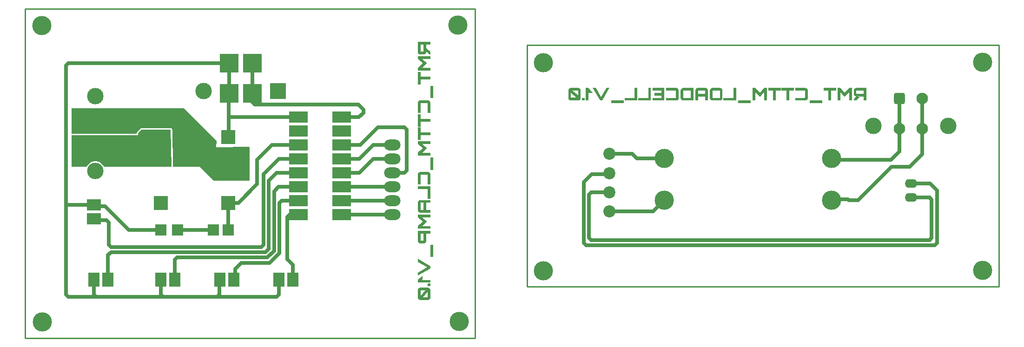
<source format=gbr>
%TF.GenerationSoftware,Altium Limited,Altium Designer,23.1.1 (15)*%
G04 Layer_Physical_Order=2*
G04 Layer_Color=16711680*
%FSLAX45Y45*%
%MOMM*%
%TF.SameCoordinates,E1690A04-E49A-456B-A56A-BBB97950C0A0*%
%TF.FilePolarity,Positive*%
%TF.FileFunction,Copper,L2,Bot,Signal*%
%TF.Part,CustomerPanel*%
G01*
G75*
%TA.AperFunction,NonConductor*%
%ADD10C,0.25400*%
%TA.AperFunction,ComponentPad*%
%ADD11R,2.50000X2.50000*%
%ADD12R,3.50000X3.50000*%
%ADD13R,3.00000X3.00000*%
%ADD14C,3.00000*%
%ADD15R,3.50000X3.50000*%
%ADD16R,2.00000X2.50000*%
%ADD17O,3.00000X2.00000*%
%ADD18R,3.50000X2.00000*%
%ADD19R,2.50000X2.00000*%
%TA.AperFunction,ViaPad*%
%ADD20C,3.50000*%
%TA.AperFunction,ComponentPad*%
%ADD21C,2.20000*%
%ADD22C,2.10000*%
G04:AMPARAMS|DCode=23|XSize=2.1mm|YSize=2.1mm|CornerRadius=0.525mm|HoleSize=0mm|Usage=FLASHONLY|Rotation=180.000|XOffset=0mm|YOffset=0mm|HoleType=Round|Shape=RoundedRectangle|*
%AMROUNDEDRECTD23*
21,1,2.10000,1.05000,0,0,180.0*
21,1,1.05000,2.10000,0,0,180.0*
1,1,1.05000,-0.52500,0.52500*
1,1,1.05000,0.52500,0.52500*
1,1,1.05000,0.52500,-0.52500*
1,1,1.05000,-0.52500,-0.52500*
%
%ADD23ROUNDEDRECTD23*%
%ADD24O,2.25000X1.60000*%
%ADD25C,3.50000*%
%TA.AperFunction,SMDPad,CuDef*%
%ADD26R,2.00000X2.00000*%
%ADD27R,2.00000X2.00000*%
%TA.AperFunction,Conductor*%
%ADD28C,0.70000*%
G36*
X8348379Y6846779D02*
X8273398D01*
X8273233Y6780960D01*
X8348379Y6717812D01*
Y6666825D01*
X8331717D01*
X8273072Y6716424D01*
X8273233Y6780960D01*
X8269066Y6784462D01*
Y6719812D01*
X8273072Y6716424D01*
X8273065Y6713813D01*
X8272732Y6709148D01*
X8272065Y6704482D01*
X8271065Y6700483D01*
X8269733Y6697151D01*
X8268733Y6694151D01*
X8267733Y6692152D01*
X8267067Y6690486D01*
X8266733Y6690152D01*
X8264067Y6686487D01*
X8261068Y6682821D01*
X8258402Y6680155D01*
X8255403Y6677489D01*
X8253070Y6675823D01*
X8251071Y6674157D01*
X8249738Y6673490D01*
X8249404Y6673157D01*
X8245072Y6670824D01*
X8241073Y6669158D01*
X8237074Y6668158D01*
X8233408Y6667158D01*
X8230409Y6666825D01*
X8227743Y6666492D01*
X8226410D01*
X8225744D01*
X8166426D01*
X8161760Y6666825D01*
X8157428Y6667492D01*
X8153429Y6668491D01*
X8150096Y6669824D01*
X8147097Y6671157D01*
X8145098Y6672157D01*
X8143432Y6672824D01*
X8143098Y6673157D01*
X8139099Y6675823D01*
X8135767Y6678489D01*
X8132768Y6681155D01*
X8130435Y6684154D01*
X8128435Y6686487D01*
X8126769Y6688486D01*
X8126103Y6689819D01*
X8125769Y6690152D01*
X8123437Y6694151D01*
X8121770Y6698484D01*
X8120771Y6702149D01*
X8119771Y6705815D01*
X8119438Y6709148D01*
X8119104Y6711480D01*
Y6896100D01*
X8348379D01*
Y6846779D01*
D02*
G37*
G36*
Y6583846D02*
X8194752D01*
X8289061Y6504200D01*
X8194418Y6425220D01*
X8348379D01*
Y6375566D01*
X8118771D01*
Y6426887D01*
X8211747Y6504200D01*
X8118771Y6582180D01*
Y6633167D01*
X8348379D01*
Y6583846D01*
D02*
G37*
G36*
X8168758Y6258596D02*
X8348379D01*
Y6208942D01*
X8168758D01*
Y6118965D01*
X8118771D01*
Y6348573D01*
X8168758D01*
Y6258596D01*
D02*
G37*
G36*
X11302376Y5969684D02*
X11237393D01*
X11227062Y5983013D01*
Y5827720D01*
X11178075Y5827720D01*
Y6057327D01*
X11228729Y6057328D01*
X11302376Y5969684D01*
D02*
G37*
G36*
X16024167Y5827721D02*
X15974847D01*
Y5981348D01*
X15895200Y5887039D01*
X15816222Y5981681D01*
Y5827721D01*
X15766566D01*
Y6057328D01*
X15817886D01*
X15895200Y5964352D01*
X15973180Y6057328D01*
X16024167D01*
Y5827721D01*
D02*
G37*
G36*
X14476230Y5827720D02*
X14426910D01*
Y5981348D01*
X14347263Y5887039D01*
X14268285Y5981681D01*
Y5827720D01*
X14218629D01*
Y6057328D01*
X14269949D01*
X14347263Y5964352D01*
X14425243Y6057328D01*
X14476230D01*
Y5827720D01*
D02*
G37*
G36*
X11478331Y5827720D02*
X11437009D01*
X11304043Y6057328D01*
X11361361D01*
X11457670Y5890370D01*
X11553979Y6057328D01*
X11611297D01*
X11478331Y5827720D01*
D02*
G37*
G36*
X8397700Y5870362D02*
X8348712D01*
Y6095971D01*
X8397700D01*
Y5870362D01*
D02*
G37*
G36*
X16287100Y5827721D02*
X16237779D01*
Y5902701D01*
X16171960Y5902866D01*
X16175462Y5907034D01*
X16110812D01*
X16107423Y5903028D01*
X16171960Y5902866D01*
X16108812Y5827721D01*
X16057825D01*
Y5844383D01*
X16107423Y5903028D01*
X16104813Y5903035D01*
X16100148Y5903368D01*
X16095482Y5904034D01*
X16091483Y5905034D01*
X16088152Y5906367D01*
X16085152Y5907367D01*
X16083151Y5908367D01*
X16081487Y5909033D01*
X16081152Y5909366D01*
X16077487Y5912032D01*
X16073820Y5915032D01*
X16071155Y5917698D01*
X16068489Y5920697D01*
X16066823Y5923030D01*
X16065157Y5925029D01*
X16064490Y5926362D01*
X16064157Y5926695D01*
X16061824Y5931028D01*
X16060158Y5935026D01*
X16059158Y5939025D01*
X16058159Y5942691D01*
X16057825Y5945690D01*
X16057492Y5948356D01*
Y5949689D01*
Y5950356D01*
Y6009674D01*
X16057825Y6014340D01*
X16058492Y6018672D01*
X16059492Y6022671D01*
X16060825Y6026003D01*
X16062158Y6029002D01*
X16063158Y6031002D01*
X16063824Y6032668D01*
X16064157Y6033001D01*
X16066823Y6037000D01*
X16069489Y6040333D01*
X16072156Y6043332D01*
X16075154Y6045665D01*
X16077487Y6047664D01*
X16079488Y6049331D01*
X16080820Y6049997D01*
X16081152Y6050330D01*
X16085152Y6052663D01*
X16089484Y6054329D01*
X16093150Y6055329D01*
X16096815Y6056329D01*
X16100148Y6056662D01*
X16102481Y6056995D01*
X16287100D01*
Y5827721D01*
D02*
G37*
G36*
X15739574Y6007341D02*
X15649597D01*
Y5827721D01*
X15599944D01*
Y6007341D01*
X15509966Y6007341D01*
Y6057328D01*
X15739574Y6057328D01*
Y6007341D01*
D02*
G37*
G36*
X15180051Y6056995D02*
X15184383Y6056329D01*
X15188380Y6055329D01*
X15192047Y6053996D01*
X15195045Y6052663D01*
X15197046Y6051663D01*
X15198712Y6050997D01*
X15199045Y6050663D01*
X15202711Y6047997D01*
X15206044Y6045331D01*
X15209042Y6042665D01*
X15211375Y6039666D01*
X15213374Y6037333D01*
X15214708Y6035334D01*
X15215707Y6034001D01*
X15216042Y6033668D01*
X15218040Y6029669D01*
X15219707Y6025336D01*
X15220706Y6021671D01*
X15221706Y6018005D01*
X15222038Y6014673D01*
X15222372Y6012340D01*
Y6010674D01*
Y6010007D01*
Y5874708D01*
X15222038Y5870043D01*
X15221373Y5865377D01*
X15220374Y5861378D01*
X15219040Y5858046D01*
X15218040Y5855047D01*
X15217041Y5853047D01*
X15216374Y5851381D01*
X15216042Y5851048D01*
X15213374Y5847382D01*
X15210709Y5844050D01*
X15207710Y5841050D01*
X15205045Y5838718D01*
X15202711Y5836718D01*
X15200713Y5835385D01*
X15199379Y5834385D01*
X15199045Y5834052D01*
X15195045Y5832053D01*
X15190714Y5830386D01*
X15186716Y5829387D01*
X15183049Y5828387D01*
X15179716Y5828054D01*
X15177383Y5827720D01*
X14993431D01*
Y5877374D01*
X15162389D01*
X15165720Y5877708D01*
X15168385Y5878707D01*
X15169719Y5879707D01*
X15170386Y5880040D01*
X15172052Y5882373D01*
X15172719Y5885039D01*
X15173051Y5887039D01*
Y5887372D01*
Y5887705D01*
Y5997010D01*
X15172719Y6000343D01*
X15171719Y6003009D01*
X15170718Y6004342D01*
X15170386Y6004675D01*
X15167720Y6006341D01*
X15165387Y6007008D01*
X15163055Y6007341D01*
X14993431D01*
Y6057328D01*
X15175050D01*
X15180051Y6056995D01*
D02*
G37*
G36*
X14971437Y6007341D02*
X14881461D01*
Y5827720D01*
X14831805D01*
Y6007341D01*
X14741829D01*
Y6057328D01*
X14971437D01*
Y6007341D01*
D02*
G37*
G36*
X14729498D02*
X14639522D01*
Y5827720D01*
X14589868D01*
Y6007341D01*
X14499892D01*
Y6057328D01*
X14729498D01*
Y6007341D01*
D02*
G37*
G36*
X13916040Y5827720D02*
X13686433D01*
Y5877374D01*
X13866721D01*
Y6057661D01*
X13916040D01*
Y5827720D01*
D02*
G37*
G36*
X13626115Y6056995D02*
X13630780Y6056328D01*
X13634779Y6055329D01*
X13638445Y6053996D01*
X13641112Y6052663D01*
X13643443Y6051663D01*
X13644777Y6050996D01*
X13645444Y6050663D01*
X13649109Y6047997D01*
X13652441Y6045331D01*
X13655441Y6042665D01*
X13657773Y6039666D01*
X13659773Y6037333D01*
X13661105Y6035334D01*
X13662106Y6034001D01*
X13662439Y6033667D01*
X13664438Y6029668D01*
X13666104Y6025336D01*
X13667104Y6021670D01*
X13668105Y6018005D01*
X13668437Y6014672D01*
X13668770Y6012340D01*
Y6010673D01*
Y6010007D01*
Y5874708D01*
X13668437Y5870043D01*
X13667770Y5865377D01*
X13666771Y5861378D01*
X13665437Y5858046D01*
X13664438Y5855046D01*
X13663438Y5853047D01*
X13662772Y5851381D01*
X13662439Y5851047D01*
X13659773Y5847382D01*
X13657108Y5844049D01*
X13654108Y5841050D01*
X13651442Y5838717D01*
X13649109Y5836718D01*
X13647108Y5835385D01*
X13645776Y5834385D01*
X13645444Y5834052D01*
X13641112Y5832052D01*
X13637112Y5830386D01*
X13633113Y5829386D01*
X13629446Y5828387D01*
X13626115Y5828053D01*
X13623782Y5827720D01*
X13486151D01*
X13481485Y5828053D01*
X13477153Y5828720D01*
X13473154Y5829720D01*
X13469489Y5831053D01*
X13466821Y5832052D01*
X13464490Y5833052D01*
X13463156Y5833719D01*
X13462823Y5834052D01*
X13459157Y5836718D01*
X13455492Y5839384D01*
X13452826Y5842383D01*
X13450160Y5845049D01*
X13448494Y5847382D01*
X13446828Y5849381D01*
X13446161Y5850714D01*
X13445828Y5851047D01*
X13443495Y5855046D01*
X13441829Y5859379D01*
X13440829Y5863378D01*
X13439828Y5867043D01*
X13439496Y5870043D01*
X13439163Y5872375D01*
Y5874042D01*
Y5874708D01*
Y6010007D01*
X13439496Y6014672D01*
X13440163Y6019338D01*
X13441162Y6023337D01*
X13442496Y6026669D01*
X13443828Y6029668D01*
X13444827Y6031668D01*
X13445494Y6033334D01*
X13445828Y6033667D01*
X13448494Y6037333D01*
X13451160Y6040999D01*
X13453825Y6043665D01*
X13456825Y6046331D01*
X13459157Y6047997D01*
X13461157Y6049663D01*
X13462489Y6050330D01*
X13462823Y6050663D01*
X13466821Y6052996D01*
X13470821Y6054662D01*
X13474820Y6055662D01*
X13478487Y6056661D01*
X13481485Y6056995D01*
X13483818Y6057328D01*
X13621449D01*
X13626115Y6056995D01*
D02*
G37*
G36*
X13361183D02*
X13365515Y6056328D01*
X13369514Y6055329D01*
X13373180Y6053996D01*
X13376180Y6052663D01*
X13378178Y6051663D01*
X13379845Y6050996D01*
X13380177Y6050663D01*
X13383842Y6047997D01*
X13387177Y6045331D01*
X13390175Y6042665D01*
X13392508Y6039666D01*
X13394507Y6037333D01*
X13395840Y6035334D01*
X13396840Y6034001D01*
X13397173Y6033667D01*
X13399173Y6029668D01*
X13400839Y6025336D01*
X13401839Y6021670D01*
X13402840Y6018005D01*
X13403172Y6014672D01*
X13403505Y6012340D01*
Y6010673D01*
Y6010007D01*
Y5827720D01*
X13354184D01*
Y5901701D01*
X13223885D01*
Y5827720D01*
X13173897D01*
Y6010007D01*
X13174229Y6014672D01*
X13174896Y6019338D01*
X13175897Y6023337D01*
X13177229Y6026669D01*
X13178563Y6029668D01*
X13179562Y6031668D01*
X13180229Y6033334D01*
X13180562Y6033667D01*
X13183228Y6037333D01*
X13185893Y6040999D01*
X13188560Y6043665D01*
X13191559Y6046331D01*
X13193892Y6047997D01*
X13195892Y6049663D01*
X13197224Y6050330D01*
X13197559Y6050663D01*
X13201556Y6052996D01*
X13205888Y6054662D01*
X13209888Y6055662D01*
X13213554Y6056661D01*
X13216885Y6056995D01*
X13219218Y6057328D01*
X13356184D01*
X13361183Y6056995D01*
D02*
G37*
G36*
X13136906Y5827720D02*
X12954953D01*
X12949956Y5828053D01*
X12945622Y5828720D01*
X12941623Y5829720D01*
X12937958Y5831053D01*
X12934958Y5832052D01*
X12932959Y5833052D01*
X12931293Y5833719D01*
X12930959Y5834052D01*
X12927293Y5836718D01*
X12923628Y5839384D01*
X12920963Y5842383D01*
X12918295Y5845049D01*
X12916631Y5847382D01*
X12914964Y5849381D01*
X12914297Y5850714D01*
X12913963Y5851047D01*
X12911630Y5855046D01*
X12909966Y5859379D01*
X12908965Y5863378D01*
X12907965Y5867043D01*
X12907632Y5870043D01*
X12907298Y5872375D01*
Y5874042D01*
Y5874708D01*
Y6010007D01*
X12907632Y6014672D01*
X12908299Y6019338D01*
X12909299Y6023337D01*
X12910631Y6026669D01*
X12911964Y6029668D01*
X12912964Y6031668D01*
X12913631Y6033334D01*
X12913963Y6033667D01*
X12916631Y6037333D01*
X12919296Y6040999D01*
X12921962Y6043665D01*
X12924960Y6046331D01*
X12927293Y6047997D01*
X12929292Y6049663D01*
X12930626Y6050330D01*
X12930959Y6050663D01*
X12934958Y6052996D01*
X12939291Y6054662D01*
X12943291Y6055662D01*
X12946954Y6056661D01*
X12950288Y6056995D01*
X12952621Y6057328D01*
X13136906D01*
Y5827720D01*
D02*
G37*
G36*
X12829318Y6056995D02*
X12833652Y6056328D01*
X12837650Y6055329D01*
X12841316Y6053996D01*
X12844315Y6052663D01*
X12846313Y6051663D01*
X12847981Y6050996D01*
X12848314Y6050663D01*
X12851981Y6047997D01*
X12855312Y6045331D01*
X12858311Y6042665D01*
X12860645Y6039666D01*
X12862643Y6037333D01*
X12863977Y6035334D01*
X12864977Y6034001D01*
X12865311Y6033667D01*
X12867310Y6029668D01*
X12868974Y6025336D01*
X12869975Y6021670D01*
X12870975Y6018005D01*
X12871307Y6014672D01*
X12871642Y6012340D01*
Y6010673D01*
Y6010007D01*
Y5874708D01*
X12871307Y5870043D01*
X12870642Y5865377D01*
X12869643Y5861378D01*
X12868309Y5858046D01*
X12867310Y5855046D01*
X12866309Y5853047D01*
X12865643Y5851381D01*
X12865311Y5851047D01*
X12862643Y5847382D01*
X12859978Y5844049D01*
X12856978Y5841050D01*
X12854312Y5838717D01*
X12851981Y5836718D01*
X12849980Y5835385D01*
X12848647Y5834385D01*
X12848314Y5834052D01*
X12844315Y5832052D01*
X12839983Y5830386D01*
X12835983Y5829386D01*
X12832318Y5828387D01*
X12828986Y5828053D01*
X12826653Y5827720D01*
X12642700Y5827720D01*
Y5877374D01*
X12811658Y5877374D01*
X12814989Y5877707D01*
X12817654Y5878707D01*
X12818988Y5879707D01*
X12819655Y5880040D01*
X12821321Y5882373D01*
X12821986Y5885039D01*
X12822321Y5887038D01*
Y5887372D01*
Y5887705D01*
Y5997010D01*
X12821986Y6000343D01*
X12820988Y6003009D01*
X12819987Y6004342D01*
X12819655Y6004675D01*
X12816989Y6006341D01*
X12814656Y6007008D01*
X12812323Y6007341D01*
X12642700Y6007341D01*
Y6057328D01*
X12824319Y6057328D01*
X12829318Y6056995D01*
D02*
G37*
G36*
X12608709Y5827720D02*
X12396763D01*
Y5877374D01*
X12558721D01*
Y5917364D01*
X12428088D01*
Y5967351D01*
X12558721D01*
Y6007341D01*
X12396763D01*
Y6057328D01*
X12608709D01*
Y5827720D01*
D02*
G37*
G36*
X12364771D02*
X12135163D01*
Y5877374D01*
X12315450D01*
Y6057661D01*
X12364771D01*
Y5827720D01*
D02*
G37*
G36*
X12116501D02*
X11886893D01*
Y5877374D01*
X12067181D01*
Y6057661D01*
X12116501D01*
Y5827720D01*
D02*
G37*
G36*
X11160746Y5827720D02*
X11111759D01*
Y5876374D01*
X11160746D01*
Y5827720D01*
D02*
G37*
G36*
X11043443Y6056994D02*
X11048108Y6056328D01*
X11052107Y6055328D01*
X11055440Y6053995D01*
X11058439Y6052662D01*
X11060438Y6051662D01*
X11062105Y6050996D01*
X11062438Y6050663D01*
X11066104Y6047997D01*
X11069436Y6044997D01*
X11072102Y6041998D01*
X11074768Y6039332D01*
X11076434Y6036999D01*
X11078101Y6035000D01*
X11078767Y6033334D01*
X11079100Y6033000D01*
X11081100Y6029001D01*
X11082766Y6025002D01*
X11083766Y6021003D01*
X11084765Y6017338D01*
X11085099Y6014338D01*
X11085432Y6011673D01*
Y6010340D01*
Y6009673D01*
Y5877040D01*
X11085099Y5872375D01*
X11084432Y5868043D01*
X11083432Y5864044D01*
X11082100Y5860711D01*
X11081100Y5857712D01*
X11080100Y5855379D01*
X11079434Y5854046D01*
X11079100Y5853380D01*
X11076434Y5849381D01*
X11073768Y5845715D01*
X11071102Y5842383D01*
X11068436Y5839717D01*
X11066104Y5837717D01*
X11064104Y5836051D01*
X11062771Y5835051D01*
X11062438Y5834718D01*
X11058439Y5832385D01*
X11054107Y5830719D01*
X11050108Y5829386D01*
X11046442Y5828719D01*
X11043443Y5828053D01*
X11041110Y5827720D01*
X10906478D01*
X10901812Y5828053D01*
X10897480Y5828719D01*
X10893481Y5830052D01*
X10890149Y5831385D01*
X10887483Y5832385D01*
X10885150Y5833718D01*
X10883817Y5834385D01*
X10883484Y5834718D01*
X10879818Y5837717D01*
X10876152Y5840716D01*
X10873486Y5843716D01*
X10870820Y5846715D01*
X10869154Y5849381D01*
X10867488Y5851380D01*
X10866821Y5853046D01*
X10866488Y5853380D01*
X10864155Y5857712D01*
X10862489Y5861711D01*
X10861489Y5865710D01*
X10860490Y5869376D01*
X10860156Y5872708D01*
X10859823Y5875041D01*
Y5876374D01*
Y5877040D01*
Y6009673D01*
X10860156Y6014338D01*
X10860823Y6018671D01*
X10861823Y6022670D01*
X10863156Y6026002D01*
X10864489Y6029001D01*
X10865488Y6031001D01*
X10866155Y6032667D01*
X10866488Y6033000D01*
X10869154Y6036999D01*
X10871820Y6040332D01*
X10874486Y6043331D01*
X10877485Y6045997D01*
X10879818Y6047997D01*
X10881817Y6049330D01*
X10883150Y6050329D01*
X10883484Y6050663D01*
X10887483Y6052995D01*
X10891482Y6054662D01*
X10895147Y6055661D01*
X10898813Y6056661D01*
X10901812Y6056994D01*
X10904478Y6057327D01*
X11038777D01*
X11043443Y6056994D01*
D02*
G37*
G36*
X15486972Y5778400D02*
X15261363D01*
Y5827387D01*
X15486972D01*
Y5778400D01*
D02*
G37*
G36*
X14180972D02*
X13955363Y5778399D01*
Y5827387D01*
X14180972Y5827387D01*
Y5778400D01*
D02*
G37*
G36*
X11869231Y5778399D02*
X11643622D01*
Y5827387D01*
X11869231D01*
Y5778399D01*
D02*
G37*
G36*
X8306057Y5831039D02*
X8310722Y5830373D01*
X8314721Y5829373D01*
X8318053Y5828040D01*
X8321053Y5827040D01*
X8323052Y5826040D01*
X8324718Y5825374D01*
X8325052Y5825041D01*
X8328717Y5822375D01*
X8332050Y5819709D01*
X8335049Y5816709D01*
X8337382Y5814043D01*
X8339381Y5811711D01*
X8340714Y5809711D01*
X8341714Y5808378D01*
X8342047Y5808045D01*
X8344047Y5804046D01*
X8345713Y5799714D01*
X8346713Y5795715D01*
X8347713Y5792049D01*
X8348046Y5788717D01*
X8348379Y5786384D01*
Y5602431D01*
X8298725D01*
Y5771388D01*
X8298392Y5774720D01*
X8297392Y5777386D01*
X8296392Y5778719D01*
X8296059Y5779386D01*
X8293726Y5781052D01*
X8291060Y5781718D01*
X8289061Y5782052D01*
X8288728D01*
X8288394D01*
X8179089D01*
X8175757Y5781718D01*
X8173091Y5780719D01*
X8171758Y5779719D01*
X8171424Y5779386D01*
X8169758Y5776720D01*
X8169092Y5774387D01*
X8168758Y5772054D01*
Y5602431D01*
X8118771D01*
Y5784051D01*
X8119104Y5789050D01*
X8119771Y5793382D01*
X8120771Y5797381D01*
X8122104Y5801047D01*
X8123437Y5804046D01*
X8124436Y5806046D01*
X8125103Y5807712D01*
X8125436Y5808045D01*
X8128102Y5811711D01*
X8130768Y5815043D01*
X8133434Y5818042D01*
X8136433Y5820375D01*
X8138766Y5822375D01*
X8140766Y5823708D01*
X8142099Y5824707D01*
X8142432Y5825041D01*
X8146431Y5827040D01*
X8150763Y5828706D01*
X8154429Y5829706D01*
X8158094Y5830706D01*
X8161427Y5831039D01*
X8163760Y5831372D01*
X8165426D01*
X8166092D01*
X8301391D01*
X8306057Y5831039D01*
D02*
G37*
G36*
X8168758Y5490460D02*
X8348379D01*
Y5440806D01*
X8168758D01*
Y5350829D01*
X8118771D01*
Y5580437D01*
X8168758D01*
Y5490460D01*
D02*
G37*
G36*
Y5248522D02*
X8348379D01*
Y5198868D01*
X8168758D01*
Y5108891D01*
X8118771D01*
Y5338499D01*
X8168758D01*
Y5248522D01*
D02*
G37*
G36*
X8348379Y5035909D02*
X8194752D01*
X8289061Y4956263D01*
X8194418Y4877283D01*
X8348379D01*
Y4827629D01*
X8118771D01*
Y4878950D01*
X8211747Y4956263D01*
X8118771Y5034243D01*
Y5085230D01*
X8348379D01*
Y5035909D01*
D02*
G37*
G36*
X3632029Y4631865D02*
X3623134Y4622800D01*
X2401347D01*
X2398537Y4629583D01*
X2379342Y4658311D01*
X2354911Y4682742D01*
X2326183Y4701938D01*
X2294262Y4715159D01*
X2260375Y4721900D01*
X2225825D01*
X2191938Y4715159D01*
X2160017Y4701938D01*
X2131289Y4682742D01*
X2106858Y4658311D01*
X2087663Y4629583D01*
X2084853Y4622800D01*
X1816100D01*
Y5194300D01*
X3022600D01*
Y5232400D01*
X3086100Y5295900D01*
X3619500D01*
X3632029Y4631865D01*
D02*
G37*
G36*
X8397700Y4564363D02*
X8348712D01*
Y4789972D01*
X8397700D01*
Y4564363D01*
D02*
G37*
G36*
X4457700Y5092700D02*
X4445000Y4978400D01*
X5045570Y4985113D01*
X5054600Y4976183D01*
Y4368800D01*
X4406900D01*
X4152900Y4622800D01*
X3668117D01*
X3658724Y4631380D01*
X3657922Y4632354D01*
X3645393Y5296388D01*
X3644365Y5301089D01*
X3643426Y5305811D01*
X3643288Y5306017D01*
X3643235Y5306260D01*
X3640488Y5310208D01*
X3637812Y5314212D01*
X3637606Y5314351D01*
X3637464Y5314555D01*
X3633415Y5317150D01*
X3629411Y5319826D01*
X3629166Y5319875D01*
X3628957Y5320009D01*
X3624221Y5320859D01*
X3619500Y5321798D01*
X3086100D01*
X3076189Y5319826D01*
X3067788Y5314212D01*
X3004288Y5250712D01*
X2998674Y5242311D01*
X2996702Y5232400D01*
Y5220198D01*
X1816100D01*
Y5689600D01*
X3860800D01*
X4457700Y5092700D01*
D02*
G37*
G36*
X8306057Y4525040D02*
X8310722Y4524374D01*
X8314721Y4523374D01*
X8318053Y4522041D01*
X8321053Y4521041D01*
X8323052Y4520042D01*
X8324718Y4519375D01*
X8325052Y4519042D01*
X8328717Y4516376D01*
X8332050Y4513710D01*
X8335049Y4510711D01*
X8337382Y4508045D01*
X8339381Y4505712D01*
X8340714Y4503712D01*
X8341714Y4502379D01*
X8342047Y4502046D01*
X8344047Y4498047D01*
X8345713Y4493715D01*
X8346713Y4489716D01*
X8347713Y4486050D01*
X8348046Y4482718D01*
X8348379Y4480385D01*
Y4296432D01*
X8298725D01*
Y4465389D01*
X8298392Y4468721D01*
X8297392Y4471387D01*
X8296392Y4472720D01*
X8296059Y4473387D01*
X8293726Y4475053D01*
X8291060Y4475720D01*
X8289061Y4476053D01*
X8288728D01*
X8288394D01*
X8179089D01*
X8175757Y4475720D01*
X8173091Y4474720D01*
X8171758Y4473720D01*
X8171424Y4473387D01*
X8169758Y4470721D01*
X8169092Y4468388D01*
X8168758Y4466055D01*
Y4296432D01*
X8118771D01*
Y4478052D01*
X8119104Y4483051D01*
X8119771Y4487383D01*
X8120771Y4491382D01*
X8122104Y4495048D01*
X8123437Y4498047D01*
X8124436Y4500047D01*
X8125103Y4501713D01*
X8125436Y4502046D01*
X8128102Y4505712D01*
X8130768Y4509044D01*
X8133434Y4512044D01*
X8136433Y4514376D01*
X8138766Y4516376D01*
X8140766Y4517709D01*
X8142099Y4518709D01*
X8142432Y4519042D01*
X8146431Y4521041D01*
X8150763Y4522707D01*
X8154429Y4523707D01*
X8158094Y4524707D01*
X8161427Y4525040D01*
X8163760Y4525373D01*
X8165426D01*
X8166092D01*
X8301391D01*
X8306057Y4525040D01*
D02*
G37*
G36*
X8348379Y4033166D02*
X8298725D01*
Y4213453D01*
X8118438D01*
Y4262774D01*
X8348379D01*
Y4033166D01*
D02*
G37*
G36*
X8348379Y3964850D02*
X8274398D01*
Y3834550D01*
X8348379D01*
Y3784563D01*
X8166093D01*
X8161427Y3784896D01*
X8156762Y3785563D01*
X8152763Y3786563D01*
X8149430Y3787896D01*
X8146431Y3789229D01*
X8144432Y3790228D01*
X8142765Y3790895D01*
X8142432Y3791228D01*
X8138766Y3793894D01*
X8135101Y3796560D01*
X8132435Y3799226D01*
X8129769Y3802225D01*
X8128102Y3804558D01*
X8126436Y3806558D01*
X8125770Y3807891D01*
X8125436Y3808224D01*
X8123104Y3812223D01*
X8121437Y3816555D01*
X8120438Y3820554D01*
X8119438Y3824220D01*
X8119105Y3827552D01*
X8118771Y3829885D01*
Y3966850D01*
X8119105Y3971849D01*
X8119771Y3976181D01*
X8120771Y3980180D01*
X8122104Y3983845D01*
X8123437Y3986845D01*
X8124437Y3988844D01*
X8125103Y3990510D01*
X8125436Y3990844D01*
X8128102Y3994509D01*
X8130768Y3997842D01*
X8133434Y4000841D01*
X8136433Y4003174D01*
X8138766Y4005173D01*
X8140766Y4006506D01*
X8142099Y4007506D01*
X8142432Y4007839D01*
X8146431Y4009839D01*
X8150763Y4011505D01*
X8154429Y4012505D01*
X8158094Y4013505D01*
X8161427Y4013838D01*
X8163760Y4014171D01*
X8165426D01*
X8166092D01*
X8348379D01*
X8348379Y3964850D01*
D02*
G37*
G36*
Y3698918D02*
X8194752D01*
X8289061Y3619272D01*
X8194419Y3540292D01*
X8348379D01*
Y3490638D01*
X8118771D01*
Y3541959D01*
X8211748Y3619272D01*
X8118771Y3697252D01*
Y3748239D01*
X8348379D01*
Y3698918D01*
D02*
G37*
G36*
Y3402994D02*
X8273398D01*
X8273065Y3270028D01*
X8272732Y3265363D01*
X8272065Y3260697D01*
X8271066Y3256698D01*
X8269733Y3253366D01*
X8268733Y3250367D01*
X8267733Y3248367D01*
X8267067Y3246701D01*
X8266734Y3246368D01*
X8264068Y3242702D01*
X8261068Y3239036D01*
X8258402Y3236370D01*
X8255403Y3233704D01*
X8253070Y3232038D01*
X8251071Y3230372D01*
X8249738Y3229705D01*
X8249405Y3229372D01*
X8245072Y3227039D01*
X8241073Y3225373D01*
X8237074Y3224373D01*
X8233409Y3223374D01*
X8230409Y3223040D01*
X8227744Y3222707D01*
X8226411D01*
X8225744D01*
X8166426D01*
X8161760Y3223040D01*
X8157428Y3223707D01*
X8153429Y3224707D01*
X8150097Y3226040D01*
X8147097Y3227373D01*
X8145098Y3228372D01*
X8143432Y3229039D01*
X8143099Y3229372D01*
X8139100Y3232038D01*
X8135767Y3234704D01*
X8132768Y3237370D01*
X8130435Y3240369D01*
X8128436Y3242702D01*
X8126769Y3244701D01*
X8126103Y3246034D01*
X8125770Y3246368D01*
X8123437Y3250367D01*
X8121771Y3254699D01*
X8120771Y3258365D01*
X8119771Y3262030D01*
X8119438Y3265363D01*
X8119105Y3267696D01*
Y3452315D01*
X8348379D01*
Y3402994D01*
D02*
G37*
G36*
X8397700Y2975104D02*
X8348713D01*
Y3200713D01*
X8397700D01*
Y2975104D01*
D02*
G37*
G36*
X8348379Y2809813D02*
Y2768490D01*
X8118771Y2635524D01*
Y2692843D01*
X8285729Y2789151D01*
X8118771Y2885460D01*
Y2942779D01*
X8348379Y2809813D01*
D02*
G37*
G36*
X8206416Y2568874D02*
X8193086Y2558544D01*
X8348379D01*
Y2509556D01*
X8118771D01*
Y2560210D01*
X8206416Y2633858D01*
Y2568874D01*
D02*
G37*
G36*
X8348379Y2443240D02*
X8299725D01*
Y2492227D01*
X8348379D01*
Y2443240D01*
D02*
G37*
G36*
X8303724Y2416580D02*
X8308056Y2415914D01*
X8312055Y2414914D01*
X8315388Y2413581D01*
X8318387Y2412581D01*
X8320720Y2411581D01*
X8322053Y2410915D01*
X8322719Y2410582D01*
X8326718Y2407916D01*
X8330384Y2405250D01*
X8333716Y2402584D01*
X8336382Y2399918D01*
X8338382Y2397585D01*
X8340048Y2395586D01*
X8341048Y2394253D01*
X8341381Y2393919D01*
X8343714Y2389920D01*
X8345380Y2385588D01*
X8346713Y2381589D01*
X8347380Y2377923D01*
X8348046Y2374924D01*
X8348379Y2372591D01*
Y2237959D01*
X8348046Y2233294D01*
X8347380Y2228962D01*
X8346047Y2224963D01*
X8344714Y2221630D01*
X8343714Y2218964D01*
X8342381Y2216631D01*
X8341714Y2215298D01*
X8341381Y2214965D01*
X8338382Y2211299D01*
X8335383Y2207634D01*
X8332383Y2204968D01*
X8329384Y2202302D01*
X8326718Y2200635D01*
X8324719Y2198969D01*
X8323052Y2198303D01*
X8322719Y2197969D01*
X8318387Y2195637D01*
X8314388Y2193970D01*
X8310389Y2192971D01*
X8306723Y2191971D01*
X8303391Y2191638D01*
X8301058Y2191304D01*
X8299725D01*
X8299059D01*
X8166426D01*
X8161760Y2191638D01*
X8157428Y2192304D01*
X8153429Y2193304D01*
X8150097Y2194637D01*
X8147097Y2195970D01*
X8145098Y2196970D01*
X8143432Y2197636D01*
X8143099Y2197969D01*
X8139100Y2200635D01*
X8135767Y2203301D01*
X8132768Y2205967D01*
X8130102Y2208967D01*
X8128102Y2211299D01*
X8126769Y2213299D01*
X8125770Y2214632D01*
X8125436Y2214965D01*
X8123104Y2218964D01*
X8121437Y2222963D01*
X8120438Y2226629D01*
X8119438Y2230294D01*
X8119105Y2233294D01*
X8118771Y2235960D01*
Y2370259D01*
X8119105Y2374924D01*
X8119771Y2379590D01*
X8120771Y2383589D01*
X8122104Y2386921D01*
X8123437Y2389920D01*
X8124437Y2391920D01*
X8125103Y2393586D01*
X8125436Y2393919D01*
X8128102Y2397585D01*
X8131102Y2400917D01*
X8134101Y2403583D01*
X8136767Y2406249D01*
X8139100Y2407916D01*
X8141099Y2409582D01*
X8142765Y2410248D01*
X8143099Y2410582D01*
X8147097Y2412581D01*
X8151096Y2414247D01*
X8155095Y2415247D01*
X8158761Y2416247D01*
X8161760Y2416580D01*
X8164426Y2416913D01*
X8165759D01*
X8166426D01*
X8299059D01*
X8303724Y2416580D01*
D02*
G37*
%LPC*%
G36*
X8223078Y6846779D02*
X8168758D01*
Y6716479D01*
X8223078D01*
Y6846779D01*
D02*
G37*
G36*
X16237779Y6007341D02*
X16107478D01*
Y5953022D01*
X16237779D01*
Y6007341D01*
D02*
G37*
G36*
X13619118Y6007341D02*
X13489149D01*
Y5877374D01*
X13619118D01*
Y6007341D01*
D02*
G37*
G36*
X13354184D02*
X13223885D01*
Y5951355D01*
X13354184D01*
Y6007341D01*
D02*
G37*
G36*
X13087920D02*
X12957286D01*
Y5877374D01*
X13087920D01*
Y6007341D01*
D02*
G37*
G36*
X11036778Y6007007D02*
X10934804D01*
X11036778Y5921696D01*
Y6007007D01*
D02*
G37*
G36*
X10908811Y5965018D02*
Y5879373D01*
X11010451D01*
X10908811Y5965018D01*
D02*
G37*
G36*
X4861700Y4623983D02*
X4838133Y4619296D01*
X4818154Y4605946D01*
X4815054Y4602846D01*
X4801704Y4582867D01*
X4797017Y4559300D01*
X4801704Y4535733D01*
X4815054Y4515754D01*
X4835033Y4502405D01*
X4858600Y4497717D01*
X4882167Y4502405D01*
X4902146Y4515754D01*
X4905246Y4518854D01*
X4918595Y4538833D01*
X4923283Y4562400D01*
X4918595Y4585967D01*
X4905246Y4605946D01*
X4885267Y4619296D01*
X4861700Y4623983D01*
D02*
G37*
G36*
X8224744Y3964850D02*
X8168759D01*
Y3834550D01*
X8224744D01*
Y3964850D01*
D02*
G37*
G36*
X8223078Y3402994D02*
X8168759D01*
Y3272694D01*
X8223078D01*
Y3402994D01*
D02*
G37*
G36*
X8254403Y2368259D02*
X8169092D01*
Y2266285D01*
X8254403Y2368259D01*
D02*
G37*
G36*
X8296726Y2341933D02*
X8211081Y2240292D01*
X8296726D01*
Y2341933D01*
D02*
G37*
%LPD*%
D10*
X965200Y1498600D02*
X9165200D01*
X965200Y7498600D02*
X9165200D01*
Y1498600D02*
Y7498600D01*
X965200Y1498600D02*
Y7498600D01*
X10107100Y2438400D02*
X18707100D01*
X10107100Y6838400D02*
X18707100D01*
Y2438400D02*
Y6838400D01*
X10107100Y2438400D02*
Y6838400D01*
D11*
X4661700Y5162400D02*
D03*
Y3962400D02*
D03*
X3441700D02*
D03*
Y5162400D02*
D03*
X4861700Y4562400D02*
D03*
D12*
X5105400Y5956300D02*
D03*
Y6506300D02*
D03*
X4685400D02*
D03*
Y5956300D02*
D03*
D13*
X5575400Y6002300D02*
D03*
D14*
X4215400D02*
D03*
X2243100Y5906500D02*
D03*
Y4546500D02*
D03*
X16417999Y5363400D02*
D03*
X17778000D02*
D03*
D15*
X2197100Y5436500D02*
D03*
X2747100D02*
D03*
Y5016500D02*
D03*
X2197100D02*
D03*
D16*
X2476500Y2565400D02*
D03*
X2222500D02*
D03*
X5842000D02*
D03*
X5588000D02*
D03*
X4768850D02*
D03*
X4514850D02*
D03*
X3695700D02*
D03*
X3441700D02*
D03*
D17*
X7657700Y4000500D02*
D03*
Y4254500D02*
D03*
Y4762500D02*
D03*
Y3746500D02*
D03*
Y5016500D02*
D03*
Y4508500D02*
D03*
D18*
X6734300Y3746500D02*
D03*
Y4000500D02*
D03*
Y4254500D02*
D03*
Y4508500D02*
D03*
Y4762500D02*
D03*
Y5016500D02*
D03*
Y5270500D02*
D03*
Y5524500D02*
D03*
X5940300D02*
D03*
Y5270500D02*
D03*
Y5016500D02*
D03*
Y4762500D02*
D03*
Y4508500D02*
D03*
Y4254500D02*
D03*
Y4000500D02*
D03*
Y3746500D02*
D03*
D19*
X2222500Y3670300D02*
D03*
Y3924300D02*
D03*
D20*
X1275200Y1788600D02*
D03*
X8872700Y1803600D02*
D03*
X1267700Y7191100D02*
D03*
X8850200Y7198600D02*
D03*
X10407672Y6520929D02*
D03*
Y2720929D02*
D03*
X18407672Y2735928D02*
D03*
X18407100Y6528400D02*
D03*
D21*
X11605700Y4856480D02*
D03*
Y4505960D02*
D03*
Y3804920D02*
D03*
Y4155440D02*
D03*
D22*
X16888000Y5317400D02*
D03*
X17308000Y5867400D02*
D03*
Y5317400D02*
D03*
D23*
X16888000Y5867400D02*
D03*
D24*
X17104800Y4064000D02*
D03*
Y4318000D02*
D03*
D25*
X15657001Y4013200D02*
D03*
Y4775200D02*
D03*
X12609000Y4013200D02*
D03*
Y4775200D02*
D03*
D26*
X4661701Y3467100D02*
D03*
X4391701D02*
D03*
D27*
X3441699D02*
D03*
X3746699D02*
D03*
D28*
X7874195Y5338600D02*
X7915200Y5297595D01*
X7874195Y4508500D02*
X7915200Y4549505D01*
X7392700Y5338600D02*
X7874195D01*
X7915200Y4549505D02*
Y5297595D01*
X7657700Y4508500D02*
X7874195D01*
X6734300Y5016500D02*
X7070600D01*
X7392700Y5338600D01*
X7051474Y4762500D02*
X7305474Y5016500D01*
X7657700D01*
X6734300Y4762500D02*
X7051474D01*
Y4508500D02*
X7305474Y4762500D01*
X7657700D01*
X6734300Y4508500D02*
X7051474D01*
X6734300Y4254500D02*
X7657700D01*
X6734300Y4000500D02*
X7657700D01*
X6734300Y3746500D02*
X7657700D01*
X7048600Y5524500D02*
X7127455Y5603355D01*
Y5661345D01*
X7035700Y5753100D02*
X7127455Y5661345D01*
X5146405Y5753100D02*
X7035700D01*
X6734300Y5524500D02*
X7048600D01*
X2857500Y3467100D02*
X3441699D01*
X2247374Y3899426D02*
X2425174D01*
X2857500Y3467100D01*
X2222500Y3924300D02*
X2247374Y3899426D01*
X5105400Y5794105D02*
Y6506300D01*
Y5794105D02*
X5146405Y5753100D01*
X5461000Y5016500D02*
X5940300D01*
X5194300Y4749800D02*
X5461000Y5016500D01*
X5194300Y4305300D02*
Y4749800D01*
X5588000Y4762500D02*
X5940300D01*
X5308600Y3197406D02*
Y4483100D01*
X5588000Y4762500D01*
X2530205Y3156400D02*
X5267595D01*
X5308600Y3197406D01*
X5339311Y3061000D02*
X5404000Y3125689D01*
X5418343Y2870200D02*
X5594801Y3046658D01*
X5378827Y2965600D02*
X5499400Y3086174D01*
X4673550Y5524500D02*
X5940300D01*
X4673550Y5174250D02*
Y5524500D01*
Y5944450D01*
X4467495Y2247900D02*
X5546995D01*
X1714500Y3924300D02*
X1714500Y3924300D01*
X2222500D01*
X1714500Y2288905D02*
Y3924300D01*
X5842000Y2569805D02*
Y2832100D01*
X5740400Y2933700D02*
Y3705495D01*
Y2933700D02*
X5842000Y2832100D01*
X5740400Y3705495D02*
X5781405Y3746500D01*
X5940300D01*
X1714500Y2288905D02*
X1755505Y2247900D01*
X2263505D01*
X1714500Y3924300D02*
Y6465295D01*
X1755505Y6506300D02*
X4685400D01*
X1714500Y6465295D02*
X1755505Y6506300D01*
X4673550Y5944450D02*
X4685400Y5956300D01*
X4661700Y5162400D02*
X4673550Y5174250D01*
X4685400Y5956300D02*
Y6506300D01*
X4858600Y4559300D02*
X4861700Y4562400D01*
X5404000Y4362600D02*
X5549900Y4508500D01*
X5404000Y3125689D02*
Y4362600D01*
X5549900Y4508500D02*
X5940300D01*
X4851400Y3962400D02*
X5194300Y4305300D01*
X4661700Y3962400D02*
X4851400D01*
X4661700Y3467100D02*
Y3962400D01*
Y3467100D02*
X4661701Y3467100D01*
X4661700Y3962400D02*
X4661700Y3962400D01*
X5583048Y4254500D02*
X5940300D01*
X5499400Y3086174D02*
Y4170853D01*
X5583048Y4254500D01*
X2263505Y2247900D02*
X3482705D01*
X2222500Y2288905D02*
Y2565400D01*
Y2288905D02*
X2263505Y2247900D01*
X2448195Y3645426D02*
X2489200Y3604421D01*
X2247374Y3645426D02*
X2448195D01*
X2489200Y3197406D02*
Y3604421D01*
X2476500Y3009900D02*
X2527600Y3061000D01*
X2476500Y2565400D02*
Y3009900D01*
X2527600Y3061000D02*
X5339311D01*
X3736705Y2965600D02*
X5378827D01*
X3695700Y2565400D02*
Y2924595D01*
X3736705Y2965600D01*
X2489200Y3197406D02*
X2530205Y3156400D01*
X4793724Y2758819D02*
X4905105Y2870200D01*
X5418343D01*
X5594801Y3046658D02*
Y3959495D01*
X5635806Y4000500D02*
X5940300D01*
X5594801Y3959495D02*
X5635806Y4000500D01*
X2222500Y3670300D02*
X2247374Y3645426D01*
X3746699Y3467100D02*
X4391701D01*
X3416826Y2590274D02*
X3441700Y2565400D01*
X3441699Y3467100D02*
X3441700Y3467100D01*
X3441700Y2288905D02*
Y2565400D01*
Y2288905D02*
X3482705Y2247900D01*
X4467495D01*
X4508500Y2288905D01*
Y2559050D01*
X4514850Y2565400D01*
X5546995Y2247900D02*
X5588000Y2288905D01*
Y2565400D01*
X4768850D02*
X4793724Y2590274D01*
Y2758819D01*
X17447701Y4318000D02*
X17574699Y4191000D01*
X11185212Y3187700D02*
X17533694D01*
X17438295Y3283100D02*
X17479300Y3324105D01*
Y4022995D01*
X17533694Y3187700D02*
X17574699Y3228705D01*
Y4191000D01*
X17438295Y4064000D02*
X17479300Y4022995D01*
X11280612Y3283100D02*
X17438295D01*
X17104800Y4064000D02*
X17438295D01*
X11144207Y3228705D02*
X11185212Y3187700D01*
X11239607Y3324105D02*
X11280612Y3283100D01*
X11239607Y3324105D02*
Y4114435D01*
X11144207Y3228705D02*
Y4339107D01*
X12400720Y3804920D02*
X12609000Y4013200D01*
X11605700Y3804920D02*
X12400720D01*
X12022334Y4856480D02*
X12103614Y4775200D01*
X11605700Y4856480D02*
X12022334D01*
X12103614Y4775200D02*
X12609000D01*
X11582840Y4483100D02*
X11605700Y4505960D01*
X11144207Y4339107D02*
X11288200Y4483100D01*
X11582840D01*
X11280612Y4155440D02*
X11605700D01*
X11239607Y4114435D02*
X11280612Y4155440D01*
X17104800Y4318000D02*
X17447701D01*
X17308000Y5317400D02*
Y5867400D01*
X16888000Y5379813D02*
X16916452Y5351361D01*
X16888000Y5379813D02*
Y5867400D01*
X15674989Y4031189D02*
X15952698D01*
X15657001Y4013200D02*
X15674989Y4031189D01*
X15970567Y4013319D02*
X16138551D01*
X15952698Y4031189D02*
X15970567Y4013319D01*
X16138551D02*
X16748033Y4622800D01*
X17079401D01*
X17308000Y4851400D01*
Y5317400D01*
X15657001Y4775200D02*
X15682401Y4749800D01*
X16736501D01*
X16888000Y4901300D01*
Y5317400D01*
X12621100Y4012600D02*
X12621700Y4013200D01*
%TF.MD5,56ac1bf5cb1f1a4b9ee32306fdded85a*%
M02*

</source>
